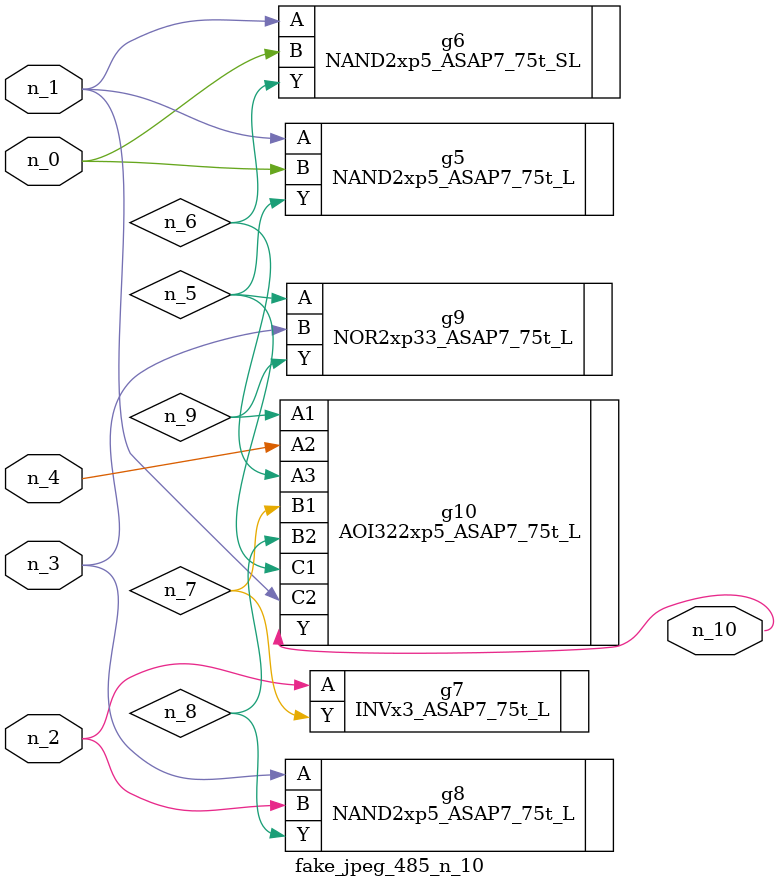
<source format=v>
module fake_jpeg_485_n_10 (n_3, n_2, n_1, n_0, n_4, n_10);

input n_3;
input n_2;
input n_1;
input n_0;
input n_4;

output n_10;

wire n_8;
wire n_9;
wire n_6;
wire n_5;
wire n_7;

NAND2xp5_ASAP7_75t_L g5 ( 
.A(n_1),
.B(n_0),
.Y(n_5)
);

NAND2xp5_ASAP7_75t_SL g6 ( 
.A(n_1),
.B(n_0),
.Y(n_6)
);

INVx3_ASAP7_75t_L g7 ( 
.A(n_2),
.Y(n_7)
);

NAND2xp5_ASAP7_75t_L g8 ( 
.A(n_3),
.B(n_2),
.Y(n_8)
);

NOR2xp33_ASAP7_75t_L g9 ( 
.A(n_5),
.B(n_3),
.Y(n_9)
);

AOI322xp5_ASAP7_75t_L g10 ( 
.A1(n_9),
.A2(n_4),
.A3(n_6),
.B1(n_7),
.B2(n_8),
.C1(n_5),
.C2(n_1),
.Y(n_10)
);


endmodule
</source>
